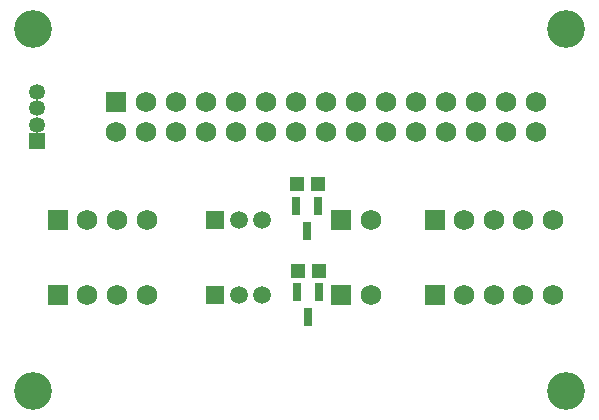
<source format=gbs>
%FSTAX23Y23*%
%MOIN*%
%SFA1B1*%

%IPPOS*%
%ADD34C,0.068900*%
%ADD35R,0.068900X0.068900*%
%ADD36C,0.125980*%
%ADD37C,0.053150*%
%ADD38R,0.053150X0.053150*%
%ADD39C,0.059060*%
%ADD40R,0.059060X0.059060*%
%ADD41R,0.031500X0.062990*%
%ADD42R,0.047240X0.047240*%
%LNpanel-1*%
%LPD*%
G54D34*
X01793Y01082D03*
Y00982D03*
X01693Y01082D03*
Y00982D03*
X01593Y01082D03*
Y00982D03*
X01493Y01082D03*
Y00982D03*
X01393D03*
Y01082D03*
X00993D03*
Y00982D03*
X00893D03*
Y01082D03*
X00493D03*
X00593D03*
X00793D03*
X00693D03*
Y00982D03*
X00793D03*
X00593D03*
X00493D03*
X00393D03*
X01093D03*
Y01082D03*
X01193Y00982D03*
Y01082D03*
X01293Y00982D03*
Y01082D03*
X01244Y00437D03*
X00299D03*
X00397D03*
X00496D03*
X0185D03*
X01751D03*
X01653D03*
X01555D03*
X0185Y00688D03*
X01751D03*
X01653D03*
X01555D03*
X01244D03*
X00299D03*
X00397D03*
X00496D03*
G54D35*
X00393Y01082D03*
X01145Y00437D03*
X002D03*
X01456D03*
Y00688D03*
X01145D03*
X002D03*
G54D36*
X01894Y01325D03*
X00118D03*
Y00118D03*
X01894D03*
G54D37*
X00131Y01116D03*
Y01061D03*
Y01006D03*
G54D38*
X00131Y00951D03*
G54D39*
X00881Y00688D03*
X00803D03*
X00881Y00437D03*
X00803D03*
G54D40*
X00724Y00688D03*
Y00437D03*
G54D41*
X00998Y00448D03*
X01072D03*
X01035Y00366D03*
X00994Y00736D03*
X01068D03*
X01031Y00653D03*
G54D42*
X01066Y00807D03*
X00996D03*
X0107Y00519D03*
X01D03*
M02*
</source>
